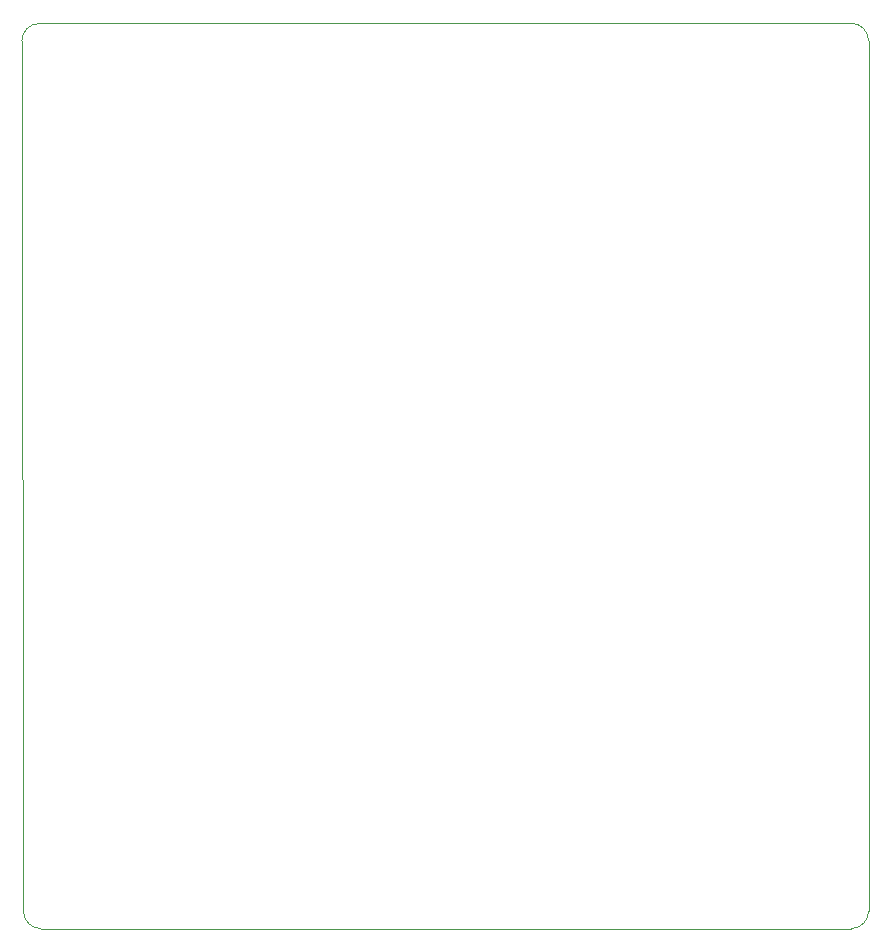
<source format=gbr>
%TF.GenerationSoftware,KiCad,Pcbnew,(6.0.4)*%
%TF.CreationDate,2022-09-19T00:41:07-04:00*%
%TF.ProjectId,Pi_HAT_V2,50695f48-4154-45f5-9632-2e6b69636164,rev?*%
%TF.SameCoordinates,Original*%
%TF.FileFunction,Profile,NP*%
%FSLAX46Y46*%
G04 Gerber Fmt 4.6, Leading zero omitted, Abs format (unit mm)*
G04 Created by KiCad (PCBNEW (6.0.4)) date 2022-09-19 00:41:07*
%MOMM*%
%LPD*%
G01*
G04 APERTURE LIST*
%TA.AperFunction,Profile*%
%ADD10C,0.100000*%
%TD*%
G04 APERTURE END LIST*
D10*
X94460660Y-59349960D02*
X163150000Y-59324960D01*
X94460660Y-59349960D02*
G75*
G03*
X92960660Y-60849960I40J-1500040D01*
G01*
X93100000Y-134500000D02*
X92960660Y-60849960D01*
X163164340Y-135989340D02*
G75*
G03*
X164664340Y-134489340I-40J1500040D01*
G01*
X164650000Y-60824960D02*
X164664340Y-134489340D01*
X93100000Y-134500000D02*
G75*
G03*
X94600000Y-136000000I1500000J0D01*
G01*
X164650040Y-60824960D02*
G75*
G03*
X163150000Y-59324960I-1500040J-40D01*
G01*
X163164340Y-135989340D02*
X94600000Y-136000000D01*
M02*

</source>
